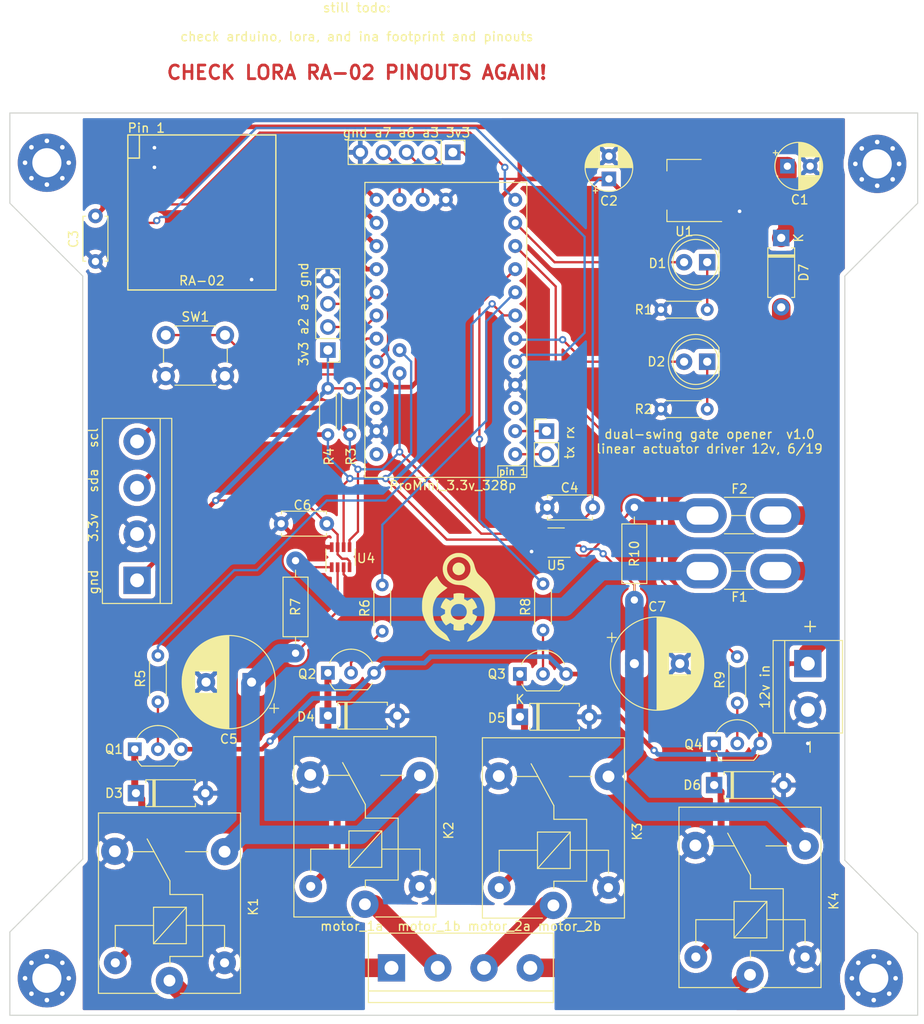
<source format=kicad_pcb>
(kicad_pcb (version 20171130) (host pcbnew 5.1.2-f72e74a~84~ubuntu18.04.1)
  (layers (0 F.Cu signal) (31 B.Cu signal) (34 B.Paste user) (35 F.Paste user) (36 B.SilkS user) (37 F.SilkS user) (38 B.Mask user) (39 F.Mask user) (44 Edge.Cuts user))
  (net 0 "")
  (net 1 +12V)
  (net 2 GND)
  (net 3 +3V3)
  (net 4 "Net-(C5-Pad1)")
  (net 5 "Net-(C7-Pad1)")
  (net 6 "Net-(D1-Pad1)")
  (net 7 /led1)
  (net 8 /led2)
  (net 9 "Net-(D2-Pad1)")
  (net 10 "Net-(D3-Pad1)")
  (net 11 "Net-(D4-Pad1)")
  (net 12 "Net-(D5-Pad1)")
  (net 13 "Net-(D6-Pad1)")
  (net 14 "Net-(F1-Pad2)")
  (net 15 "Net-(F2-Pad2)")
  (net 16 "Net-(J1-Pad1)")
  (net 17 "Net-(J1-Pad2)")
  (net 18 /scl)
  (net 19 /sda)
  (net 20 /motor1b)
  (net 21 /motor2a)
  (net 22 /motor1a)
  (net 23 /motor2b)
  (net 24 /relay1)
  (net 25 /relay2)
  (net 26 /relay3)
  (net 27 /relay4)
  (net 28 /sw1)
  (net 29 /lora_cs)
  (net 30 /mosi)
  (net 31 /miso)
  (net 32 /sck)
  (net 33 "Net-(U3-Pad11)")
  (net 34 "Net-(U3-Pad10)")
  (net 35 "Net-(U3-Pad8)")
  (net 36 "Net-(U3-Pad7)")
  (net 37 "Net-(U3-Pad6)")
  (net 38 /irq)
  (net 39 /lora_rst)
  (net 40 "Net-(U2-Padrst)")
  (net 41 "Net-(U2-Padraw)")
  (net 42 /a0)
  (net 43 /a1)
  (net 44 /a6)
  (net 45 /a7)
  (net 46 "Net-(Q1-Pad2)")
  (net 47 "Net-(Q2-Pad2)")
  (net 48 "Net-(Q3-Pad2)")
  (net 49 "Net-(Q4-Pad2)")
  (net 50 /a3)
  (net 51 "Net-(C1-Pad1)")
  (module MainWorking:LOGO_MWM (layer F.Cu) (at 112.776 90.678)
    (fp_text reference G*** hide)
    (fp_text value LOGO_MWM hide)
  )
  (module MainWorking:ArduinoProMini_a (layer F.Cu) (at 111.379 79.375 180)
    (fp_text reference ProMini_3.3v_328p (at -0.762 1.016 180) (layer F.SilkS))
    (fp_text value ArduinoProMini_a)
    (fp_text user "pin 1" (at -7.366 2.54 180) (layer F.SilkS) (effects (font (size 0.762 0.762))))
    (pad tx thru_hole circle (at -7.62 4.445 180) (size 1.524 1.524) (drill 0.762) (layers *.Cu *.Mask) (net 17 "Net-(J1-Pad2)"))
    (pad rx thru_hole circle (at -7.62 6.985 180) (size 1.524 1.524) (drill 0.762) (layers *.Cu *.Mask) (net 16 "Net-(J1-Pad1)"))
    (pad rst thru_hole circle (at -7.62 9.525 180) (size 1.524 1.524) (drill 0.762) (layers *.Cu *.Mask) (net 40 "Net-(U2-Padrst)"))
    (pad raw thru_hole circle (at 7.62 4.445 180) (size 1.524 1.524) (drill 0.762) (layers *.Cu *.Mask) (net 41 "Net-(U2-Padraw)"))
    (pad gnd thru_hole circle (at -7.62 12.065 180) (size 1.524 1.524) (drill 0.762) (layers *.Cu *.Mask) (net 2 GND))
    (pad 2 thru_hole circle (at -7.62 14.605 180) (size 1.524 1.524) (drill 0.762) (layers *.Cu *.Mask) (net 38 /irq))
    (pad 3 thru_hole circle (at -7.62 17.145 180) (size 1.524 1.524) (drill 0.762) (layers *.Cu *.Mask) (net 8 /led2))
    (pad 4 thru_hole circle (at -7.62 19.685 180) (size 1.524 1.524) (drill 0.762) (layers *.Cu *.Mask) (net 24 /relay1))
    (pad gnd thru_hole circle (at 7.62 6.985 180) (size 1.524 1.524) (drill 0.762) (layers *.Cu *.Mask) (net 2 GND))
    (pad rst thru_hole circle (at 7.62 9.525 180) (size 1.524 1.524) (drill 0.762) (layers *.Cu *.Mask) (net 40 "Net-(U2-Padrst)"))
    (pad vcc thru_hole circle (at 7.62 12.065 180) (size 1.524 1.524) (drill 0.762) (layers *.Cu *.Mask) (net 3 +3V3))
    (pad A3 thru_hole circle (at 7.62 14.605 180) (size 1.524 1.524) (drill 0.762) (layers *.Cu *.Mask) (net 50 /a3))
    (pad A2 thru_hole circle (at 7.62 17.145 180) (size 1.524 1.524) (drill 0.762) (layers *.Cu *.Mask) (net 28 /sw1))
    (pad A1 thru_hole circle (at 7.62 19.685 180) (size 1.524 1.524) (drill 0.762) (layers *.Cu *.Mask) (net 43 /a1))
    (pad 5 thru_hole circle (at -7.62 22.225 180) (size 1.524 1.524) (drill 0.762) (layers *.Cu *.Mask) (net 25 /relay2))
    (pad 6 thru_hole circle (at -7.62 24.765 180) (size 1.524 1.524) (drill 0.762) (layers *.Cu *.Mask) (net 26 /relay3))
    (pad 7 thru_hole circle (at -7.62 27.305 180) (size 1.524 1.524) (drill 0.762) (layers *.Cu *.Mask) (net 27 /relay4))
    (pad A0 thru_hole circle (at 7.62 22.225 180) (size 1.524 1.524) (drill 0.762) (layers *.Cu *.Mask) (net 42 /a0))
    (pad 13 thru_hole circle (at 7.62 24.765 180) (size 1.524 1.524) (drill 0.762) (layers *.Cu *.Mask) (net 32 /sck))
    (pad 12 thru_hole circle (at 7.62 27.305 180) (size 1.524 1.524) (drill 0.762) (layers *.Cu *.Mask) (net 31 /miso))
    (pad a7 thru_hole circle (at 5.08 32.385 180) (size 1.524 1.524) (drill 0.762) (layers *.Cu *.Mask) (net 45 /a7))
    (pad a6 thru_hole circle (at 2.54 32.385 180) (size 1.524 1.524) (drill 0.762) (layers *.Cu *.Mask) (net 44 /a6))
    (pad gnd thru_hole circle (at 0 32.385 180) (size 1.524 1.524) (drill 0.762) (layers *.Cu *.Mask) (net 2 GND))
    (pad a5 thru_hole circle (at 5.08 13.335 180) (size 1.524 1.524) (drill 0.762) (layers *.Cu *.Mask) (net 18 /scl))
    (pad a4 thru_hole circle (at 5.08 15.875 180) (size 1.524 1.524) (drill 0.762) (layers *.Cu *.Mask) (net 19 /sda))
    (pad 8 thru_hole circle (at -7.62 29.845 180) (size 1.524 1.524) (drill 0.762) (layers *.Cu *.Mask) (net 7 /led1))
    (pad 9 thru_hole circle (at -7.62 32.385 180) (size 1.524 1.524) (drill 0.762) (layers *.Cu *.Mask) (net 39 /lora_rst))
    (pad 10 thru_hole circle (at 7.62 32.385 180) (size 1.524 1.524) (drill 0.762) (layers *.Cu *.Mask) (net 29 /lora_cs))
    (pad 11 thru_hole circle (at 7.62 29.845 180) (size 1.524 1.524) (drill 0.762) (layers *.Cu *.Mask) (net 30 /mosi))
  )
  (module LED_THT:LED_D5.0mm (layer F.Cu) (at 140.081 53.848 180)
    (fp_text reference D1 (at 5.461 -0.127) (layer F.SilkS))
    (fp_text value LED)
    (pad 1 thru_hole rect (at 0 0 180) (size 1.8 1.8) (drill 0.9) (layers *.Cu *.Mask) (net 6 "Net-(D1-Pad1)"))
    (pad 2 thru_hole circle (at 2.54 0 180) (size 1.8 1.8) (drill 0.9) (layers *.Cu *.Mask) (net 7 /led1))
  )
  (module LED_THT:LED_D5.0mm (layer F.Cu) (at 140.081 64.77 180)
    (fp_text reference D2 (at 5.588 0) (layer F.SilkS))
    (fp_text value LED)
    (pad 2 thru_hole circle (at 2.54 0 180) (size 1.8 1.8) (drill 0.9) (layers *.Cu *.Mask) (net 8 /led2))
    (pad 1 thru_hole rect (at 0 0 180) (size 1.8 1.8) (drill 0.9) (layers *.Cu *.Mask) (net 9 "Net-(D2-Pad1)"))
  )
  (module Fuse:Fuse_Blade_Mini_directSolder (layer F.Cu) (at 147.573 87.757 180)
    (fp_text reference F1 (at 3.95 -2.85) (layer F.SilkS))
    (fp_text value Fuse)
    (pad 1 thru_hole oval (at 0 0 180) (size 5.5 3.8) (drill oval 3.5 2) (layers *.Cu *.Mask) (net 1 +12V))
    (pad 2 thru_hole oval (at 8 0 180) (size 5.3 3.8) (drill oval 3.5 2) (layers *.Cu *.Mask) (net 14 "Net-(F1-Pad2)"))
  )
  (module Fuse:Fuse_Blade_Mini_directSolder (layer F.Cu) (at 147.573 81.661 180)
    (fp_text reference F2 (at 3.95 2.921) (layer F.SilkS))
    (fp_text value Fuse)
    (pad 2 thru_hole oval (at 8 0 180) (size 5.3 3.8) (drill oval 3.5 2) (layers *.Cu *.Mask) (net 15 "Net-(F2-Pad2)"))
    (pad 1 thru_hole oval (at 0 0 180) (size 5.5 3.8) (drill oval 3.5 2) (layers *.Cu *.Mask) (net 1 +12V))
  )
  (module Connector_PinHeader_2.54mm:PinHeader_1x02_P2.54mm_Vertical (layer F.Cu) (at 122.428 72.39)
    (fp_text reference "tx rx" (at 2.54 1.27 90) (layer F.SilkS))
    (fp_text value serial_header)
    (pad 1 thru_hole rect (at 0 0) (size 1.7 1.7) (drill 1) (layers *.Cu *.Mask) (net 16 "Net-(J1-Pad1)"))
    (pad 2 thru_hole oval (at 0 2.54) (size 1.7 1.7) (drill 1) (layers *.Cu *.Mask) (net 17 "Net-(J1-Pad2)"))
  )
  (module TerminalBlock:TerminalBlock_bornier-4_P5.08mm (layer F.Cu) (at 77.47 88.773 90)
    (fp_text reference "gnd    3.3v   sda   scl" (at 7.6 -4.8 90) (layer F.SilkS))
    (fp_text value Conn_01x04)
    (pad 4 thru_hole circle (at 15.24 0 90) (size 3 3) (drill 1.52) (layers *.Cu *.Mask) (net 18 /scl))
    (pad 1 thru_hole rect (at 0 0 90) (size 3 3) (drill 1.52) (layers *.Cu *.Mask) (net 3 +3V3))
    (pad 3 thru_hole circle (at 10.16 0 90) (size 3 3) (drill 1.52) (layers *.Cu *.Mask) (net 19 /sda))
    (pad 2 thru_hole circle (at 5.08 0 90) (size 3 3) (drill 1.52) (layers *.Cu *.Mask) (net 2 GND))
  )
  (module TerminalBlock:TerminalBlock_bornier-2_P5.08mm (layer F.Cu) (at 151.13 97.917 270)
    (fp_text reference J3 hide)
    (fp_text value power)
    (pad 1 thru_hole rect (at 0 0 270) (size 3 3) (drill 1.52) (layers *.Cu *.Mask) (net 1 +12V))
    (pad 2 thru_hole circle (at 5.08 0 270) (size 3 3) (drill 1.52) (layers *.Cu *.Mask) (net 2 GND))
  )
  (module TerminalBlock:TerminalBlock_bornier-4_P5.08mm (layer F.Cu) (at 105.41 131.318)
    (fp_text reference "motor_1a  motor_1b motor_2a motor_2b" (at 7.6 -4.572) (layer F.SilkS))
    (fp_text value Motor_Connects)
    (pad 2 thru_hole circle (at 5.08 0) (size 3 3) (drill 1.52) (layers *.Cu *.Mask) (net 20 /motor1b))
    (pad 3 thru_hole circle (at 10.16 0) (size 3 3) (drill 1.52) (layers *.Cu *.Mask) (net 21 /motor2a))
    (pad 1 thru_hole rect (at 0 0) (size 3 3) (drill 1.52) (layers *.Cu *.Mask) (net 22 /motor1a))
    (pad 4 thru_hole circle (at 15.24 0) (size 3 3) (drill 1.52) (layers *.Cu *.Mask) (net 23 /motor2b))
  )
  (module Button_Switch_THT:SW_PUSH_6mm_H8.5mm (layer F.Cu) (at 80.622 61.849)
    (fp_text reference SW1 (at 3.25 -2) (layer F.SilkS))
    (fp_text value SW_Push)
    (pad 2 thru_hole circle (at 0 4.5 90) (size 2 2) (drill 1.1) (layers *.Cu *.Mask) (net 2 GND))
    (pad 1 thru_hole circle (at 0 0 90) (size 2 2) (drill 1.1) (layers *.Cu *.Mask) (net 28 /sw1))
    (pad 2 thru_hole circle (at 6.5 4.5 90) (size 2 2) (drill 1.1) (layers *.Cu *.Mask) (net 2 GND))
    (pad 1 thru_hole circle (at 6.5 0 90) (size 2 2) (drill 1.1) (layers *.Cu *.Mask) (net 28 /sw1))
  )
  (module Package_TO_SOT_SMD:SOT-223-3_TabPin2 (layer F.Cu) (at 137.566 45.974 180)
    (fp_text reference U1 (at 0 -4.5) (layer F.SilkS))
    (fp_text value AMS1117-3.3)
    (pad 2 smd rect (at 3.15 0 180) (size 2 3.8) (layers F.Cu F.Paste F.Mask) (net 3 +3V3))
    (pad 2 smd rect (at -3.15 0 180) (size 2 1.5) (layers F.Cu F.Paste F.Mask) (net 3 +3V3))
    (pad 3 smd rect (at -3.15 2.3 180) (size 2 1.5) (layers F.Cu F.Paste F.Mask) (net 51 "Net-(C1-Pad1)"))
    (pad 1 smd rect (at -3.15 -2.3 180) (size 2 1.5) (layers F.Cu F.Paste F.Mask) (net 2 GND))
  )
  (module MainWorking:LORA_SX1278_Module (layer F.Cu) (at 84.582 29.718)
    (fp_text reference RA-02 (at 0 26.162) (layer F.SilkS))
    (fp_text value LoRa_Ra-02)
    (fp_text user "Pin 1" (at -6.096 9.398) (layer F.SilkS))
    (pad 16 smd rect (at 8.128 11.684) (size 2.286 1.524) (layers F.Cu F.Paste F.Mask) (net 2 GND))
    (pad 15 smd rect (at 8.128 13.716) (size 2.286 1.524) (layers F.Cu F.Paste F.Mask) (net 29 /lora_cs))
    (pad 14 smd rect (at 8.128 15.748) (size 2.286 1.524) (layers F.Cu F.Paste F.Mask) (net 30 /mosi))
    (pad 13 smd rect (at 8.128 17.78) (size 2.286 1.524) (layers F.Cu F.Paste F.Mask) (net 31 /miso))
    (pad 12 smd rect (at 8.128 19.812) (size 2.286 1.524) (layers F.Cu F.Paste F.Mask) (net 32 /sck))
    (pad 11 smd rect (at 8.128 21.844) (size 2.286 1.524) (layers F.Cu F.Paste F.Mask) (net 33 "Net-(U3-Pad11)"))
    (pad 10 smd rect (at 8.128 23.876) (size 2.286 1.524) (layers F.Cu F.Paste F.Mask) (net 34 "Net-(U3-Pad10)"))
    (pad 9 smd rect (at 8.128 25.908) (size 2.286 1.524) (layers F.Cu F.Paste F.Mask) (net 2 GND))
    (pad 8 smd rect (at -8.128 25.908) (size 2.286 1.524) (layers F.Cu F.Paste F.Mask) (net 35 "Net-(U3-Pad8)"))
    (pad 7 smd rect (at -8.128 23.876) (size 2.286 1.524) (layers F.Cu F.Paste F.Mask) (net 36 "Net-(U3-Pad7)"))
    (pad 6 smd rect (at -8.128 21.844) (size 2.286 1.524) (layers F.Cu F.Paste F.Mask) (net 37 "Net-(U3-Pad6)"))
    (pad 5 smd rect (at -8.128 19.812) (size 2.286 1.524) (layers F.Cu F.Paste F.Mask) (net 38 /irq))
    (pad 4 smd rect (at -8.128 17.78) (size 2.286 1.524) (layers F.Cu F.Paste F.Mask) (net 39 /lora_rst))
    (pad 3 smd rect (at -8.128 15.748) (size 2.286 1.524) (layers F.Cu F.Paste F.Mask) (net 3 +3V3))
    (pad 2 smd rect (at -8.128 13.716) (size 2.286 1.524) (layers F.Cu F.Paste F.Mask) (net 2 GND))
    (pad 1 smd rect (at -8.128 11.684) (size 2.286 1.524) (layers F.Cu F.Paste F.Mask) (net 2 GND))
  )
  (module Package_TO_SOT_SMD:SOT-23-8 (layer F.Cu) (at 99.822 86.233 90)
    (fp_text reference U4 (at -0.127 2.794 180) (layer F.SilkS))
    (fp_text value INA219BIDCNR)
    (pad 1 smd rect (at -1.1 -0.98 90) (size 1.06 0.4) (layers F.Cu F.Paste F.Mask) (net 14 "Net-(F1-Pad2)"))
    (pad 2 smd rect (at -1.1 -0.33 90) (size 1.06 0.4) (layers F.Cu F.Paste F.Mask) (net 4 "Net-(C5-Pad1)"))
    (pad 3 smd rect (at -1.1 0.33 90) (size 1.06 0.4) (layers F.Cu F.Paste F.Mask) (net 2 GND))
    (pad 4 smd rect (at -1.1 0.98 90) (size 1.06 0.4) (layers F.Cu F.Paste F.Mask) (net 3 +3V3))
    (pad 5 smd rect (at 1.1 0.98 90) (size 1.06 0.4) (layers F.Cu F.Paste F.Mask) (net 18 /scl))
    (pad 6 smd rect (at 1.1 0.33 90) (size 1.06 0.4) (layers F.Cu F.Paste F.Mask) (net 19 /sda))
    (pad 7 smd rect (at 1.1 -0.33 90) (size 1.06 0.4) (layers F.Cu F.Paste F.Mask) (net 3 +3V3))
    (pad 8 smd rect (at 1.1 -0.98 90) (size 1.06 0.4) (layers F.Cu F.Paste F.Mask) (net 2 GND))
  )
  (module Package_TO_SOT_SMD:SOT-23-8 (layer F.Cu) (at 123.487 84.633 180)
    (fp_text reference U5 (at 0 -2.5) (layer F.SilkS))
    (fp_text value INA219BIDCNR)
    (pad 8 smd rect (at 1.1 -0.98 180) (size 1.06 0.4) (layers F.Cu F.Paste F.Mask) (net 2 GND))
    (pad 7 smd rect (at 1.1 -0.33 180) (size 1.06 0.4) (layers F.Cu F.Paste F.Mask) (net 2 GND))
    (pad 6 smd rect (at 1.1 0.33 180) (size 1.06 0.4) (layers F.Cu F.Paste F.Mask) (net 19 /sda))
    (pad 5 smd rect (at 1.1 0.98 180) (size 1.06 0.4) (layers F.Cu F.Paste F.Mask) (net 18 /scl))
    (pad 4 smd rect (at -1.1 0.98 180) (size 1.06 0.4) (layers F.Cu F.Paste F.Mask) (net 3 +3V3))
    (pad 3 smd rect (at -1.1 0.33 180) (size 1.06 0.4) (layers F.Cu F.Paste F.Mask) (net 2 GND))
    (pad 2 smd rect (at -1.1 -0.33 180) (size 1.06 0.4) (layers F.Cu F.Paste F.Mask) (net 5 "Net-(C7-Pad1)"))
    (pad 1 smd rect (at -1.1 -0.98 180) (size 1.06 0.4) (layers F.Cu F.Paste F.Mask) (net 15 "Net-(F2-Pad2)"))
  )
  (module Relay_THT:Relay_SPDT_SANYOU_SRD_Series_Form_C (layer F.Cu) (at 81.026 132.715 90)
    (fp_text reference K1 (at 8.1 9.2 90) (layer F.SilkS))
    (fp_text value relay1)
    (pad 1 thru_hole circle (at 0 0 180) (size 3 3) (drill 1.3) (layers *.Cu *.Mask) (net 22 /motor1a))
    (pad 5 thru_hole circle (at 1.95 -5.95 180) (size 2.5 2.5) (drill 1) (layers *.Cu *.Mask) (net 10 "Net-(D3-Pad1)"))
    (pad 4 thru_hole circle (at 14.2 -6 180) (size 3 3) (drill 1.3) (layers *.Cu *.Mask) (net 2 GND))
    (pad 3 thru_hole circle (at 14.15 6.05 180) (size 3 3) (drill 1.3) (layers *.Cu *.Mask) (net 4 "Net-(C5-Pad1)"))
    (pad 2 thru_hole circle (at 1.95 6.05 180) (size 2.5 2.5) (drill 1) (layers *.Cu *.Mask) (net 2 GND))
  )
  (module Relay_THT:Relay_SPDT_SANYOU_SRD_Series_Form_C (layer F.Cu) (at 102.489 124.333 90)
    (fp_text reference K2 (at 8.1 9.2 90) (layer F.SilkS))
    (fp_text value relay2)
    (pad 2 thru_hole circle (at 1.95 6.05 180) (size 2.5 2.5) (drill 1) (layers *.Cu *.Mask) (net 2 GND))
    (pad 3 thru_hole circle (at 14.15 6.05 180) (size 3 3) (drill 1.3) (layers *.Cu *.Mask) (net 4 "Net-(C5-Pad1)"))
    (pad 4 thru_hole circle (at 14.2 -6 180) (size 3 3) (drill 1.3) (layers *.Cu *.Mask) (net 2 GND))
    (pad 5 thru_hole circle (at 1.95 -5.95 180) (size 2.5 2.5) (drill 1) (layers *.Cu *.Mask) (net 11 "Net-(D4-Pad1)"))
    (pad 1 thru_hole circle (at 0 0 180) (size 3 3) (drill 1.3) (layers *.Cu *.Mask) (net 20 /motor1b))
  )
  (module Relay_THT:Relay_SPDT_SANYOU_SRD_Series_Form_C (layer F.Cu) (at 123.19 124.46 90)
    (fp_text reference K3 (at 8.1 9.2 90) (layer F.SilkS))
    (fp_text value relay3)
    (pad 2 thru_hole circle (at 1.95 6.05 180) (size 2.5 2.5) (drill 1) (layers *.Cu *.Mask) (net 2 GND))
    (pad 3 thru_hole circle (at 14.15 6.05 180) (size 3 3) (drill 1.3) (layers *.Cu *.Mask) (net 5 "Net-(C7-Pad1)"))
    (pad 4 thru_hole circle (at 14.2 -6 180) (size 3 3) (drill 1.3) (layers *.Cu *.Mask) (net 2 GND))
    (pad 5 thru_hole circle (at 1.95 -5.95 180) (size 2.5 2.5) (drill 1) (layers *.Cu *.Mask) (net 12 "Net-(D5-Pad1)"))
    (pad 1 thru_hole circle (at 0 0 180) (size 3 3) (drill 1.3) (layers *.Cu *.Mask) (net 21 /motor2a))
  )
  (module Relay_THT:Relay_SPDT_SANYOU_SRD_Series_Form_C (layer F.Cu) (at 144.78 132.08 90)
    (fp_text reference K4 (at 8.1 9.2 90) (layer F.SilkS))
    (fp_text value relay4)
    (pad 1 thru_hole circle (at 0 0 180) (size 3 3) (drill 1.3) (layers *.Cu *.Mask) (net 23 /motor2b))
    (pad 5 thru_hole circle (at 1.95 -5.95 180) (size 2.5 2.5) (drill 1) (layers *.Cu *.Mask) (net 13 "Net-(D6-Pad1)"))
    (pad 4 thru_hole circle (at 14.2 -6 180) (size 3 3) (drill 1.3) (layers *.Cu *.Mask) (net 2 GND))
    (pad 3 thru_hole circle (at 14.15 6.05 180) (size 3 3) (drill 1.3) (layers *.Cu *.Mask) (net 5 "Net-(C7-Pad1)"))
    (pad 2 thru_hole circle (at 1.95 6.05 180) (size 2.5 2.5) (drill 1) (layers *.Cu *.Mask) (net 2 GND))
  )
  (module MountingHole:MountingHole_3.2mm_M3_Pad_Via (layer F.Cu) (at 67.564 42.926)
    (fp_text reference H1 hide)
    (fp_text value MountingHole)
    (pad 1 thru_hole circle (at 1.697056 -1.697056) (size 0.8 0.8) (drill 0.5) (layers *.Cu *.Mask))
    (pad 1 thru_hole circle (at 0 -2.4) (size 0.8 0.8) (drill 0.5) (layers *.Cu *.Mask))
    (pad 1 thru_hole circle (at -1.697056 -1.697056) (size 0.8 0.8) (drill 0.5) (layers *.Cu *.Mask))
    (pad 1 thru_hole circle (at -2.4 0) (size 0.8 0.8) (drill 0.5) (layers *.Cu *.Mask))
    (pad 1 thru_hole circle (at -1.697056 1.697056) (size 0.8 0.8) (drill 0.5) (layers *.Cu *.Mask))
    (pad 1 thru_hole circle (at 0 2.4) (size 0.8 0.8) (drill 0.5) (layers *.Cu *.Mask))
    (pad 1 thru_hole circle (at 1.697056 1.697056) (size 0.8 0.8) (drill 0.5) (layers *.Cu *.Mask))
    (pad 1 thru_hole circle (at 2.4 0) (size 0.8 0.8) (drill 0.5) (layers *.Cu *.Mask))
    (pad 1 thru_hole circle (at 0 0) (size 6.4 6.4) (drill 3.2) (layers *.Cu *.Mask))
  )
  (module MountingHole:MountingHole_3.2mm_M3_Pad_Via (layer F.Cu) (at 158.369 132.461)
    (fp_text reference H2 hide)
    (fp_text value MountingHole)
    (pad 1 thru_hole circle (at 0 0) (size 6.4 6.4) (drill 3.2) (layers *.Cu *.Mask))
    (pad 1 thru_hole circle (at 2.4 0) (size 0.8 0.8) (drill 0.5) (layers *.Cu *.Mask))
    (pad 1 thru_hole circle (at 1.697056 1.697056) (size 0.8 0.8) (drill 0.5) (layers *.Cu *.Mask))
    (pad 1 thru_hole circle (at 0 2.4) (size 0.8 0.8) (drill 0.5) (layers *.Cu *.Mask))
    (pad 1 thru_hole circle (at -1.697056 1.697056) (size 0.8 0.8) (drill 0.5) (layers *.Cu *.Mask))
    (pad 1 thru_hole circle (at -2.4 0) (size 0.8 0.8) (drill 0.5) (layers *.Cu *.Mask))
    (pad 1 thru_hole circle (at -1.697056 -1.697056) (size 0.8 0.8) (drill 0.5) (layers *.Cu *.Mask))
    (pad 1 thru_hole circle (at 0 -2.4) (size 0.8 0.8) (drill 0.5) (layers *.Cu *.Mask))
    (pad 1 thru_hole circle (at 1.697056 -1.697056) (size 0.8 0.8) (drill 0.5) (layers *.Cu *.Mask))
  )
  (module MountingHole:MountingHole_3.2mm_M3_Pad_Via (layer F.Cu) (at 67.564 132.461)
    (fp_text reference H3 hide)
    (fp_text value MountingHole)
    (pad 1 thru_hole circle (at 1.697056 -1.697056) (size 0.8 0.8) (drill 0.5) (layers *.Cu *.Mask))
    (pad 1 thru_hole circle (at 0 -2.4) (size 0.8 0.8) (drill 0.5) (layers *.Cu *.Mask))
    (pad 1 thru_hole circle (at -1.697056 -1.697056) (size 0.8 0.8) (drill 0.5) (layers *.Cu *.Mask))
    (pad 1 thru_hole circle (at -2.4 0) (size 0.8 0.8) (drill 0.5) (layers *.Cu *.Mask))
    (pad 1 thru_hole circle (at -1.697056 1.697056) (size 0.8 0.8) (drill 0.5) (layers *.Cu *.Mask))
    (pad 1 thru_hole circle (at 0 2.4) (size 0.8 0.8) (drill 0.5) (layers *.Cu *.Mask))
    (pad 1 thru_hole circle (at 1.697056 1.697056) (size 0.8 0.8) (drill 0.5) (layers *.Cu *.Mask))
    (pad 1 thru_hole circle (at 2.4 0) (size 0.8 0.8) (drill 0.5) (layers *.Cu *.Mask))
    (pad 1 thru_hole circle (at 0 0) (size 6.4 6.4) (drill 3.2) (layers *.Cu *.Mask))
  )
  (module MountingHole:MountingHole_3.2mm_M3_Pad_Via (layer F.Cu) (at 158.75 43.053)
    (fp_text reference H4 hide)
    (fp_text value MountingHole)
    (pad 1 thru_hole circle (at 0 0) (size 6.4 6.4) (drill 3.2) (layers *.Cu *.Mask))
    (pad 1 thru_hole circle (at 2.4 0) (size 0.8 0.8) (drill 0.5) (layers *.Cu *.Mask))
    (pad 1 thru_hole circle (at 1.697056 1.697056) (size 0.8 0.8) (drill 0.5) (layers *.Cu *.Mask))
    (pad 1 thru_hole circle (at 0 2.4) (size 0.8 0.8) (drill 0.5) (layers *.Cu *.Mask))
    (pad 1 thru_hole circle (at -1.697056 1.697056) (size 0.8 0.8) (drill 0.5) (layers *.Cu *.Mask))
    (pad 1 thru_hole circle (at -2.4 0) (size 0.8 0.8) (drill 0.5) (layers *.Cu *.Mask))
    (pad 1 thru_hole circle (at -1.697056 -1.697056) (size 0.8 0.8) (drill 0.5) (layers *.Cu *.Mask))
    (pad 1 thru_hole circle (at 0 -2.4) (size 0.8 0.8) (drill 0.5) (layers *.Cu *.Mask))
    (pad 1 thru_hole circle (at 1.697056 -1.697056) (size 0.8 0.8) (drill 0.5) (layers *.Cu *.Mask))
  )
  (module Capacitor_THT:CP_Radial_D5.0mm_P2.50mm (layer F.Cu) (at 148.884 43.307)
    (fp_text reference C1 (at 1.357 3.683) (layer F.SilkS))
    (fp_text value 10uf)
    (pad 1 thru_hole rect (at 0 0) (size 1.6 1.6) (drill 0.8) (layers *.Cu *.Mask) (net 51 "Net-(C1-Pad1)"))
    (pad 2 thru_hole circle (at 2.5 0) (size 1.6 1.6) (drill 0.8) (layers *.Cu *.Mask) (net 2 GND))
  )
  (module Capacitor_THT:CP_Radial_D5.0mm_P2.50mm (layer F.Cu) (at 129.286 44.704 90)
    (fp_text reference C2 (at -2.413 0 180) (layer F.SilkS))
    (fp_text value 22uf)
    (pad 2 thru_hole circle (at 2.5 0 90) (size 1.6 1.6) (drill 0.8) (layers *.Cu *.Mask) (net 2 GND))
    (pad 1 thru_hole rect (at 0 0 90) (size 1.6 1.6) (drill 0.8) (layers *.Cu *.Mask) (net 3 +3V3))
  )
  (module Capacitor_THT:C_Disc_D4.7mm_W2.5mm_P5.00mm (layer F.Cu) (at 72.898 48.768 270)
    (fp_text reference C3 (at 2.54 2.413 90) (layer F.SilkS))
    (fp_text value C)
    (pad 1 thru_hole circle (at 0 0 270) (size 1.6 1.6) (drill 0.8) (layers *.Cu *.Mask) (net 3 +3V3))
    (pad 2 thru_hole circle (at 5 0 270) (size 1.6 1.6) (drill 0.8) (layers *.Cu *.Mask) (net 2 GND))
  )
  (module Capacitor_THT:C_Disc_D4.7mm_W2.5mm_P5.00mm (layer F.Cu) (at 127.508 80.772 180)
    (fp_text reference C4 (at 2.54 2.159) (layer F.SilkS))
    (fp_text value C)
    (pad 1 thru_hole circle (at 0 0 180) (size 1.6 1.6) (drill 0.8) (layers *.Cu *.Mask) (net 3 +3V3))
    (pad 2 thru_hole circle (at 5 0 180) (size 1.6 1.6) (drill 0.8) (layers *.Cu *.Mask) (net 2 GND))
  )
  (module Capacitor_THT:CP_Radial_D10.0mm_P5.00mm (layer F.Cu) (at 90.043 99.949 180)
    (fp_text reference C5 (at 2.5 -6.25) (layer F.SilkS))
    (fp_text value CP)
    (pad 2 thru_hole circle (at 5 0 180) (size 2 2) (drill 1) (layers *.Cu *.Mask) (net 2 GND))
    (pad 1 thru_hole rect (at 0 0 180) (size 2 2) (drill 1) (layers *.Cu *.Mask) (net 4 "Net-(C5-Pad1)"))
  )
  (module Capacitor_THT:C_Disc_D4.7mm_W2.5mm_P5.00mm (layer F.Cu) (at 98.298 82.55 180)
    (fp_text reference C6 (at 2.667 2.032) (layer F.SilkS))
    (fp_text value C)
    (pad 2 thru_hole circle (at 5 0 180) (size 1.6 1.6) (drill 0.8) (layers *.Cu *.Mask) (net 2 GND))
    (pad 1 thru_hole circle (at 0 0 180) (size 1.6 1.6) (drill 0.8) (layers *.Cu *.Mask) (net 3 +3V3))
  )
  (module Capacitor_THT:CP_Radial_D10.0mm_P5.00mm (layer F.Cu) (at 132.08 97.917)
    (fp_text reference C7 (at 2.5 -6.25) (layer F.SilkS))
    (fp_text value CP)
    (pad 1 thru_hole rect (at 0 0) (size 2 2) (drill 1) (layers *.Cu *.Mask) (net 5 "Net-(C7-Pad1)"))
    (pad 2 thru_hole circle (at 5 0) (size 2 2) (drill 1) (layers *.Cu *.Mask) (net 2 GND))
  )
  (module Diode_THT:D_A-405_P7.62mm_Horizontal (layer F.Cu) (at 77.343 112.141)
    (fp_text reference D3 (at -2.413 0 180) (layer F.SilkS))
    (fp_text value D)
    (pad 1 thru_hole rect (at 0 0) (size 1.8 1.8) (drill 0.9) (layers *.Cu *.Mask) (net 10 "Net-(D3-Pad1)"))
    (pad 2 thru_hole oval (at 7.62 0) (size 1.8 1.8) (drill 0.9) (layers *.Cu *.Mask) (net 2 GND))
  )
  (module Diode_THT:D_A-405_P7.62mm_Horizontal (layer F.Cu) (at 98.425 103.632)
    (fp_text reference D4 (at -2.413 0.127) (layer F.SilkS))
    (fp_text value D)
    (pad 2 thru_hole oval (at 7.62 0) (size 1.8 1.8) (drill 0.9) (layers *.Cu *.Mask) (net 2 GND))
    (pad 1 thru_hole rect (at 0 0) (size 1.8 1.8) (drill 0.9) (layers *.Cu *.Mask) (net 11 "Net-(D4-Pad1)"))
  )
  (module Diode_THT:D_A-405_P7.62mm_Horizontal (layer F.Cu) (at 119.507 103.759)
    (fp_text reference D5 (at -2.54 0.127) (layer F.SilkS))
    (fp_text value D)
    (fp_text user K (at 0 -1.9) (layer F.SilkS))
    (pad 2 thru_hole oval (at 7.62 0) (size 1.8 1.8) (drill 0.9) (layers *.Cu *.Mask) (net 2 GND))
    (pad 1 thru_hole rect (at 0 0) (size 1.8 1.8) (drill 0.9) (layers *.Cu *.Mask) (net 12 "Net-(D5-Pad1)"))
  )
  (module Diode_THT:D_A-405_P7.62mm_Horizontal (layer F.Cu) (at 140.843 111.252)
    (fp_text reference D6 (at -2.413 0) (layer F.SilkS))
    (fp_text value D)
    (pad 1 thru_hole rect (at 0 0) (size 1.8 1.8) (drill 0.9) (layers *.Cu *.Mask) (net 13 "Net-(D6-Pad1)"))
    (pad 2 thru_hole oval (at 7.62 0) (size 1.8 1.8) (drill 0.9) (layers *.Cu *.Mask) (net 2 GND))
  )
  (module Package_TO_SOT_THT:TO-92_Inline_Wide (layer F.Cu) (at 77.216 107.315)
    (fp_text reference Q1 (at -2.286 0) (layer F.SilkS))
    (fp_text value 2N3906)
    (pad 2 thru_hole circle (at 2.54 0 90) (size 1.5 1.5) (drill 0.8) (layers *.Cu *.Mask) (net 46 "Net-(Q1-Pad2)"))
    (pad 3 thru_hole circle (at 5.08 0 90) (size 1.5 1.5) (drill 0.8) (layers *.Cu *.Mask) (net 1 +12V))
    (pad 1 thru_hole rect (at 0 0 90) (size 1.5 1.5) (drill 0.8) (layers *.Cu *.Mask) (net 10 "Net-(D3-Pad1)"))
  )
  (module Package_TO_SOT_THT:TO-92_Inline_Wide (layer F.Cu) (at 98.425 98.933)
    (fp_text reference Q2 (at -2.286 0.127) (layer F.SilkS))
    (fp_text value 2N3906)
    (pad 1 thru_hole rect (at 0 0 90) (size 1.5 1.5) (drill 0.8) (layers *.Cu *.Mask) (net 11 "Net-(D4-Pad1)"))
    (pad 3 thru_hole circle (at 5.08 0 90) (size 1.5 1.5) (drill 0.8) (layers *.Cu *.Mask) (net 1 +12V))
    (pad 2 thru_hole circle (at 2.54 0 90) (size 1.5 1.5) (drill 0.8) (layers *.Cu *.Mask) (net 47 "Net-(Q2-Pad2)"))
  )
  (module Package_TO_SOT_THT:TO-92_Inline_Wide (layer F.Cu) (at 119.507 99.06)
    (fp_text reference Q3 (at -2.54 0) (layer F.SilkS))
    (fp_text value 2N3906)
    (pad 1 thru_hole rect (at 0 0 90) (size 1.5 1.5) (drill 0.8) (layers *.Cu *.Mask) (net 12 "Net-(D5-Pad1)"))
    (pad 3 thru_hole circle (at 5.08 0 90) (size 1.5 1.5) (drill 0.8) (layers *.Cu *.Mask) (net 1 +12V))
    (pad 2 thru_hole circle (at 2.54 0 90) (size 1.5 1.5) (drill 0.8) (layers *.Cu *.Mask) (net 48 "Net-(Q3-Pad2)"))
  )
  (module Package_TO_SOT_THT:TO-92_Inline_Wide (layer F.Cu) (at 140.843 106.68)
    (fp_text reference Q4 (at -2.286 0.127) (layer F.SilkS))
    (fp_text value 2N3906)
    (pad 2 thru_hole circle (at 2.54 0 90) (size 1.5 1.5) (drill 0.8) (layers *.Cu *.Mask) (net 49 "Net-(Q4-Pad2)"))
    (pad 3 thru_hole circle (at 5.08 0 90) (size 1.5 1.5) (drill 0.8) (layers *.Cu *.Mask) (net 1 +12V))
    (pad 1 thru_hole rect (at 0 0 90) (size 1.5 1.5) (drill 0.8) (layers *.Cu *.Mask) (net 13 "Net-(D6-Pad1)"))
  )
  (module Resistor_THT:R_Axial_DIN0204_L3.6mm_D1.6mm_P5.08mm_Horizontal (layer F.Cu) (at 135.001 59.055)
    (fp_text reference R1 (at -1.905 0) (layer F.SilkS))
    (fp_text value R)
    (pad 1 thru_hole circle (at 0 0) (size 1.4 1.4) (drill 0.7) (layers *.Cu *.Mask) (net 2 GND))
    (pad 2 thru_hole oval (at 5.08 0) (size 1.4 1.4) (drill 0.7) (layers *.Cu *.Mask) (net 6 "Net-(D1-Pad1)"))
  )
  (module Resistor_THT:R_Axial_DIN0204_L3.6mm_D1.6mm_P5.08mm_Horizontal (layer F.Cu) (at 135.001 69.977)
    (fp_text reference R2 (at -1.905 0) (layer F.SilkS))
    (fp_text value R)
    (pad 1 thru_hole circle (at 0 0) (size 1.4 1.4) (drill 0.7) (layers *.Cu *.Mask) (net 2 GND))
    (pad 2 thru_hole oval (at 5.08 0) (size 1.4 1.4) (drill 0.7) (layers *.Cu *.Mask) (net 9 "Net-(D2-Pad1)"))
  )
  (module Resistor_THT:R_Axial_DIN0204_L3.6mm_D1.6mm_P5.08mm_Horizontal (layer F.Cu) (at 100.838 67.691 270)
    (fp_text reference R3 (at 7.493 -0.127 90) (layer F.SilkS))
    (fp_text value 3k3)
    (pad 2 thru_hole oval (at 5.08 0 270) (size 1.4 1.4) (drill 0.7) (layers *.Cu *.Mask) (net 18 /scl))
    (pad 1 thru_hole circle (at 0 0 270) (size 1.4 1.4) (drill 0.7) (layers *.Cu *.Mask) (net 3 +3V3))
  )
  (module Resistor_THT:R_Axial_DIN0204_L3.6mm_D1.6mm_P5.08mm_Horizontal (layer F.Cu) (at 98.425 67.691 270)
    (fp_text reference R4 (at 7.493 -0.127 90) (layer F.SilkS))
    (fp_text value 3k3)
    (pad 1 thru_hole circle (at 0 0 270) (size 1.4 1.4) (drill 0.7) (layers *.Cu *.Mask) (net 3 +3V3))
    (pad 2 thru_hole oval (at 5.08 0 270) (size 1.4 1.4) (drill 0.7) (layers *.Cu *.Mask) (net 19 /sda))
  )
  (module Resistor_THT:R_Axial_DIN0204_L3.6mm_D1.6mm_P5.08mm_Horizontal (layer F.Cu) (at 79.756 102.108 90)
    (fp_text reference R5 (at 2.54 -1.92 90) (layer F.SilkS))
    (fp_text value 1k)
    (pad 2 thru_hole oval (at 5.08 0 90) (size 1.4 1.4) (drill 0.7) (layers *.Cu *.Mask) (net 24 /relay1))
    (pad 1 thru_hole circle (at 0 0 90) (size 1.4 1.4) (drill 0.7) (layers *.Cu *.Mask) (net 46 "Net-(Q1-Pad2)"))
  )
  (module Resistor_THT:R_Axial_DIN0204_L3.6mm_D1.6mm_P5.08mm_Horizontal (layer F.Cu) (at 104.394 94.361 90)
    (fp_text reference R6 (at 2.54 -1.92 90) (layer F.SilkS))
    (fp_text value 1k)
    (pad 1 thru_hole circle (at 0 0 90) (size 1.4 1.4) (drill 0.7) (layers *.Cu *.Mask) (net 47 "Net-(Q2-Pad2)"))
    (pad 2 thru_hole oval (at 5.08 0 90) (size 1.4 1.4) (drill 0.7) (layers *.Cu *.Mask) (net 25 /relay2))
  )
  (module Resistor_THT:R_Axial_DIN0207_L6.3mm_D2.5mm_P10.16mm_Horizontal (layer F.Cu) (at 94.869 86.614 270)
    (fp_text reference R7 (at 5.08 0 90) (layer F.SilkS))
    (fp_text value 100)
    (pad 2 thru_hole oval (at 10.16 0 270) (size 1.6 1.6) (drill 0.8) (layers *.Cu *.Mask) (net 4 "Net-(C5-Pad1)"))
    (pad 1 thru_hole circle (at 0 0 270) (size 1.6 1.6) (drill 0.8) (layers *.Cu *.Mask) (net 14 "Net-(F1-Pad2)"))
  )
  (module Resistor_THT:R_Axial_DIN0204_L3.6mm_D1.6mm_P5.08mm_Horizontal (layer F.Cu) (at 122.047 94.234 90)
    (fp_text reference R8 (at 2.54 -1.92 90) (layer F.SilkS))
    (fp_text value 1k)
    (pad 2 thru_hole oval (at 5.08 0 90) (size 1.4 1.4) (drill 0.7) (layers *.Cu *.Mask) (net 26 /relay3))
    (pad 1 thru_hole circle (at 0 0 90) (size 1.4 1.4) (drill 0.7) (layers *.Cu *.Mask) (net 48 "Net-(Q3-Pad2)"))
  )
  (module Resistor_THT:R_Axial_DIN0204_L3.6mm_D1.6mm_P5.08mm_Horizontal (layer F.Cu) (at 143.383 102.235 90)
    (fp_text reference R9 (at 2.54 -1.92 90) (layer F.SilkS))
    (fp_text value 1k)
    (pad 2 thru_hole oval (at 5.08 0 90) (size 1.4 1.4) (drill 0.7) (layers *.Cu *.Mask) (net 27 /relay4))
    (pad 1 thru_hole circle (at 0 0 90) (size 1.4 1.4) (drill 0.7) (layers *.Cu *.Mask) (net 49 "Net-(Q4-Pad2)"))
  )
  (module Resistor_THT:R_Axial_DIN0207_L6.3mm_D2.5mm_P10.16mm_Horizontal (layer F.Cu) (at 132.08 80.772 270)
    (fp_text reference R10 (at 5.08 0 90) (layer F.SilkS))
    (fp_text value 100)
    (pad 1 thru_hole circle (at 0 0 270) (size 1.6 1.6) (drill 0.8) (layers *.Cu *.Mask) (net 15 "Net-(F2-Pad2)"))
    (pad 2 thru_hole oval (at 10.16 0 270) (size 1.6 1.6) (drill 0.8) (layers *.Cu *.Mask) (net 5 "Net-(C7-Pad1)"))
  )
  (module Diode_THT:D_A-405_P7.62mm_Horizontal (layer F.Cu) (at 148.209 51.181 270)
    (fp_text reference D7 (at 3.81 -2.47 90) (layer F.SilkS))
    (fp_text value 1n4001)
    (fp_text user K (at 0 -1.9 90) (layer F.SilkS))
    (pad 1 thru_hole rect (at 0 0 270) (size 1.8 1.8) (drill 0.9) (layers *.Cu *.Mask) (net 51 "Net-(C1-Pad1)"))
    (pad 2 thru_hole oval (at 7.62 0 270) (size 1.8 1.8) (drill 0.9) (layers *.Cu *.Mask) (net 1 +12V))
  )
  (module Connector_PinHeader_2.54mm:PinHeader_1x05_P2.54mm_Vertical (layer F.Cu) (at 112.141 41.783 270)
    (fp_text reference "gnd a7 a6 a3 3v3" (at -2.159 5.08 180) (layer F.SilkS))
    (fp_text value gpio1)
    (pad 1 thru_hole rect (at 0 0 270) (size 1.7 1.7) (drill 1) (layers *.Cu *.Mask) (net 3 +3V3))
    (pad 2 thru_hole oval (at 0 2.54 270) (size 1.7 1.7) (drill 1) (layers *.Cu *.Mask) (net 50 /a3))
    (pad 3 thru_hole oval (at 0 5.08 270) (size 1.7 1.7) (drill 1) (layers *.Cu *.Mask) (net 44 /a6))
    (pad 4 thru_hole oval (at 0 7.62 270) (size 1.7 1.7) (drill 1) (layers *.Cu *.Mask) (net 45 /a7))
    (pad 5 thru_hole oval (at 0 10.16 270) (size 1.7 1.7) (drill 1) (layers *.Cu *.Mask) (net 2 GND))
  )
  (module Connector_PinHeader_2.54mm:PinHeader_1x04_P2.54mm_Vertical (layer F.Cu) (at 98.425 63.5 180)
    (fp_text reference "3v3 a2 a3 gnd" (at 2.667 3.937 90) (layer F.SilkS))
    (fp_text value gpio2)
    (pad 1 thru_hole rect (at 0 0 180) (size 1.7 1.7) (drill 1) (layers *.Cu *.Mask) (net 3 +3V3))
    (pad 2 thru_hole oval (at 0 2.54 180) (size 1.7 1.7) (drill 1) (layers *.Cu *.Mask) (net 43 /a1))
    (pad 3 thru_hole oval (at 0 5.08 180) (size 1.7 1.7) (drill 1) (layers *.Cu *.Mask) (net 42 /a0))
    (pad 4 thru_hole oval (at 0 7.62 180) (size 1.7 1.7) (drill 1) (layers *.Cu *.Mask) (net 2 GND))
  )
  (gr_text "still todo:" (at 101.6 25.908) (layer F.SilkS) (effects (font (size 1 1))))
  (gr_text "check arduino, lora, and ina footprint and pinouts" (at 101.6 29.083) (layer F.SilkS) (effects (font (size 1 1))))
  (gr_text "dual-swing gate opener  v1.0\nlinear actuator driver 12v, 6/19" (at 140.335 73.533) (layer F.SilkS) (effects (font (size 1 1))))
  (gr_text "12v in" (at 146.431 100.457 90) (layer F.SilkS) (effects (font (size 1 1))))
  (gr_text + (at 151.384 93.726) (layer F.SilkS) (effects (font (size 1.524 1.524))))
  (gr_text - (at 151.257 107.061 90) (layer F.SilkS) (effects (font (size 1.524 1.524))))
  (gr_line (start 163.195 47.371) (end 163.195 37.465) (layer Edge.Cuts) (width 0.120142))
  (gr_line (start 163.195 136.525) (end 163.195 127.508) (layer Edge.Cuts) (width 0.120142))
  (gr_line (start 155.194 119.507) (end 163.195 127.508) (layer Edge.Cuts) (width 0.120142))
  (gr_line (start 155.194 55.372) (end 155.194 119.507) (layer Edge.Cuts) (width 0.120142))
  (gr_line (start 163.195 47.371) (end 155.194 55.372) (layer Edge.Cuts) (width 0.120142))
  (gr_line (start 63.5 47.371) (end 63.5 37.465) (layer Edge.Cuts) (width 0.119888))
  (gr_line (start 71.501 55.372) (end 63.5 47.371) (layer Edge.Cuts) (width 0.119888))
  (gr_line (start 63.5 136.525) (end 63.5 127.381) (layer Edge.Cuts) (width 0.119888))
  (gr_line (start 71.501 119.38) (end 71.501 55.372) (layer Edge.Cuts) (width 0.119888))
  (gr_line (start 63.5 127.381) (end 71.501 119.38) (layer Edge.Cuts) (width 0.119888))
  (gr_text "CHECK LORA RA-02 PINOUTS AGAIN!" (at 101.6 33.02) (layer F.Cu) (effects (font (size 1.5 1.5) (thickness 0.3))))
  (gr_line (start 163.195 136.525) (end 63.5 136.525) (layer Edge.Cuts) (width 0.12))
  (gr_line (start 63.5 37.465) (end 163.195 37.465) (layer Edge.Cuts) (width 0.12))
  (segment (start 147.573 87.757) (end 152.654 87.757) (width 2.032) (layer F.Cu) (net 1))
  (segment (start 152.527 81.661) (end 152.654 81.534) (width 2.032) (layer F.Cu) (net 1))
  (segment (start 147.573 81.661) (end 152.527 81.661) (width 2.032) (layer F.Cu) (net 1))
  (segment (start 148.209 65.278) (end 148.209 58.801) (width 2.032) (layer F.Cu) (net 1))
  (segment (start 152.781 69.85) (end 148.209 65.278) (width 2.032) (layer F.Cu) (net 1))
  (segment (start 152.654 69.977) (end 152.781 69.85) (width 2.032) (layer F.Cu) (net 1))
  (segment (start 152.654 95.25) (end 152.654 69.977) (width 2.032) (layer F.Cu) (net 1))
  (segment (start 151.13 97.917) (end 151.13 96.774) (width 2.032) (layer F.Cu) (net 1))
  (segment (start 151.13 96.774) (end 152.654 95.25) (width 2.032) (layer F.Cu) (net 1))
  (segment (start 149.122 97.917) (end 151.13 97.917) (width 0.508) (layer F.Cu) (net 1))
  (segment (start 145.923 101.116) (end 149.122 97.917) (width 0.508) (layer F.Cu) (net 1))
  (segment (start 145.923 106.68) (end 145.923 101.116) (width 0.508) (layer F.Cu) (net 1))
  (segment (start 104.582001 97.855999) (end 109.027001 97.855999) (width 0.508) (layer B.Cu) (net 1))
  (segment (start 103.505 98.933) (end 104.582001 97.855999) (width 0.508) (layer B.Cu) (net 1))
  (segment (start 109.027001 97.855999) (end 109.728 97.155) (width 0.508) (layer B.Cu) (net 1))
  (segment (start 122.682 97.155) (end 124.587 99.06) (width 0.508) (layer B.Cu) (net 1))
  (segment (start 109.728 97.155) (end 122.682 97.155) (width 0.508) (layer B.Cu) (net 1))
  (segment (start 103.505 98.933) (end 100.711 101.727) (width 0.508) (layer B.Cu) (net 1))
  (segment (start 96.774 101.727) (end 92.474999 106.026001) (width 0.508) (layer B.Cu) (net 1))
  (segment (start 92.474999 106.026001) (end 92.075 106.426) (width 0.508) (layer B.Cu) (net 1))
  (segment (start 100.711 101.727) (end 96.774 101.727) (width 0.508) (layer B.Cu) (net 1))
  (segment (start 91.186 107.315) (end 91.675001 106.825999) (width 0.508) (layer F.Cu) (net 1))
  (via (at 92.075 106.426) (size 0.8) (drill 0.4) (layers F.Cu B.Cu) (net 1))
  (segment (start 91.675001 106.825999) (end 92.075 106.426) (width 0.508) (layer F.Cu) (net 1))
  (segment (start 82.296 107.315) (end 91.186 107.315) (width 0.508) (layer F.Cu) (net 1))
  (segment (start 145.173001 107.429999) (end 145.173001 107.683999) (width 0.508) (layer B.Cu) (net 1))
  (segment (start 145.923 106.68) (end 145.173001 107.429999) (width 0.508) (layer B.Cu) (net 1))
  (via (at 134.239 107.442) (size 0.8) (drill 0.4) (layers F.Cu B.Cu) (net 1))
  (segment (start 134.681001 107.884001) (end 134.239 107.442) (width 0.508) (layer B.Cu) (net 1))
  (segment (start 145.173001 107.683999) (end 144.972999 107.884001) (width 0.508) (layer B.Cu) (net 1))
  (segment (start 144.972999 107.884001) (end 134.681001 107.884001) (width 0.508) (layer B.Cu) (net 1))
  (segment (start 125.857 99.06) (end 124.587 99.06) (width 0.508) (layer F.Cu) (net 1))
  (segment (start 134.239 107.442) (end 125.857 99.06) (width 0.508) (layer F.Cu) (net 1))
  (via (at 79.375 41.275) (size 0.8) (drill 0.4) (layers F.Cu B.Cu) (net 2))
  (via (at 79.375 43.434) (size 0.8) (drill 0.4) (layers F.Cu B.Cu) (net 2))
  (via (at 90.043 55.753) (size 0.8) (drill 0.4) (layers F.Cu B.Cu) (net 2))
  (via (at 143.637 48.26) (size 0.8) (drill 0.4) (layers F.Cu B.Cu) (net 2))
  (via (at 151.13 106.68) (size 0.8) (drill 0.4) (layers F.Cu B.Cu) (net 2))
  (segment (start 100.152 88.117) (end 100.838 88.803) (width 0.254) (layer F.Cu) (net 2))
  (segment (start 100.152 87.333) (end 100.152 88.117) (width 0.254) (layer F.Cu) (net 2))
  (segment (start 125.371 84.303) (end 125.727 83.947) (width 0.254) (layer F.Cu) (net 2))
  (segment (start 124.587 84.303) (end 125.371 84.303) (width 0.254) (layer F.Cu) (net 2))
  (segment (start 125.727 83.947) (end 126.111 83.947) (width 0.254) (layer F.Cu) (net 2))
  (segment (start 122.387 85.613) (end 120.792 85.613) (width 0.254) (layer F.Cu) (net 2))
  (segment (start 121.603 84.963) (end 121.222 85.344) (width 0.254) (layer F.Cu) (net 2))
  (segment (start 122.387 84.963) (end 121.603 84.963) (width 0.254) (layer F.Cu) (net 2))
  (segment (start 120.792 85.613) (end 120.792 85.613) (width 0.254) (layer F.Cu) (net 2))
  (via (at 120.792 85.613) (size 0.8) (drill 0.4) (layers F.Cu B.Cu) (net 2))
  (segment (start 130.556 45.974) (end 129.286 44.704) (width 0.508) (layer F.Cu) (net 3))
  (segment (start 134.416 45.974) (end 130.556 45.974) (width 0.508) (layer F.Cu) (net 3))
  (segment (start 104.83663 67.31) (end 103.759 67.31) (width 0.508) (layer F.Cu) (net 3))
  (segment (start 119.485318 44.704) (end 108.204 55.985318) (width 0.508) (layer F.Cu) (net 3))
  (segment (start 108.204 55.985318) (end 108.204 66.929) (width 0.508) (layer F.Cu) (net 3))
  (segment (start 108.204 66.929) (end 107.569 67.564) (width 0.508) (layer F.Cu) (net 3))
  (segment (start 107.569 67.564) (end 105.09063 67.564) (width 0.508) (layer F.Cu) (net 3))
  (segment (start 105.09063 67.564) (end 104.83663 67.31) (width 0.508) (layer F.Cu) (net 3))
  (segment (start 76.454 45.466) (end 74.803 45.466) (width 0.508) (layer F.Cu) (net 3))
  (segment (start 74.803 45.466) (end 73.914 44.577) (width 0.508) (layer F.Cu) (net 3))
  (segment (start 103.378 67.691) (end 103.759 67.31) (width 0.254) (layer F.Cu) (net 3))
  (segment (start 98.425 67.691) (end 103.378 67.691) (width 0.254) (layer F.Cu) (net 3))
  (segment (start 86.106 80.01) (end 98.425 67.691) (width 0.508) (layer B.Cu) (net 3))
  (segment (start 99.492 83.744) (end 99.492 85.133) (width 0.254) (layer F.Cu) (net 3))
  (segment (start 98.298 82.55) (end 99.492 83.744) (width 0.254) (layer F.Cu) (net 3))
  (segment (start 99.492 85.917) (end 99.492 85.133) (width 0.254) (layer F.Cu) (net 3))
  (segment (start 100.540801 86.403199) (end 99.978199 86.403199) (width 0.254) (layer F.Cu) (net 3))
  (segment (start 99.978199 86.403199) (end 99.492 85.917) (width 0.254) (layer F.Cu) (net 3))
  (segment (start 100.802 87.333) (end 100.802 86.664398) (width 0.254) (layer F.Cu) (net 3))
  (segment (start 100.802 86.664398) (end 100.540801 86.403199) (width 0.254) (layer F.Cu) (net 3))
  (segment (start 127.508 81.062) (end 127.508 80.772) (width 0.254) (layer F.Cu) (net 3))
  (segment (start 124.917 83.653) (end 127.508 81.062) (width 0.254) (layer F.Cu) (net 3))
  (segment (start 124.587 83.653) (end 124.917 83.653) (width 0.254) (layer F.Cu) (net 3))
  (via (at 86.106 80.01) (size 0.8) (drill 0.4) (layers F.Cu B.Cu) (net 3))
  (segment (start 92.425962 80.01) (end 86.106 80.01) (width 0.254) (layer F.Cu) (net 3))
  (segment (start 95.758 80.01) (end 92.425962 80.01) (width 0.254) (layer F.Cu) (net 3))
  (segment (start 98.298 82.55) (end 95.758 80.01) (width 0.254) (layer F.Cu) (net 3))
  (segment (start 128.232 44.704) (end 129.286 44.704) (width 0.254) (layer B.Cu) (net 3))
  (segment (start 127.508 45.428) (end 128.232 44.704) (width 0.254) (layer B.Cu) (net 3))
  (segment (start 127.508 80.772) (end 127.508 45.428) (width 0.254) (layer B.Cu) (net 3))
  (segment (start 72.898 48.768) (end 73.697999 47.968001) (width 0.508) (layer F.Cu) (net 3))
  (segment (start 73.697999 44.666001) (end 73.914 44.45) (width 0.508) (layer F.Cu) (net 3))
  (segment (start 73.914 44.577) (end 73.914 44.45) (width 0.508) (layer F.Cu) (net 3))
  (segment (start 73.697999 47.968001) (end 73.697999 44.666001) (width 0.508) (layer F.Cu) (net 3))
  (segment (start 119.507 41.275) (end 119.507 44.682318) (width 0.508) (layer F.Cu) (net 3))
  (segment (start 117.221 38.989) (end 119.507 41.275) (width 0.508) (layer F.Cu) (net 3))
  (segment (start 75.565 38.989) (end 117.221 38.989) (width 0.508) (layer F.Cu) (net 3))
  (segment (start 119.507 44.682318) (end 119.485318 44.704) (width 0.508) (layer F.Cu) (net 3))
  (segment (start 73.914 44.45) (end 73.914 40.64) (width 0.508) (layer F.Cu) (net 3))
  (segment (start 73.914 40.64) (end 75.565 38.989) (width 0.508) (layer F.Cu) (net 3))
  (segment (start 116.166 44.704) (end 119.888 44.704) (width 0.254) (layer F.Cu) (net 3))
  (segment (start 112.141 41.783) (end 113.245 41.783) (width 0.254) (layer F.Cu) (net 3))
  (segment (start 113.245 41.783) (end 116.166 44.704) (width 0.254) (layer F.Cu) (net 3))
  (segment (start 129.286 44.704) (end 119.888 44.704) (width 0.508) (layer F.Cu) (net 3))
  (segment (start 119.888 44.704) (end 119.485318 44.704) (width 0.508) (layer F.Cu) (net 3))
  (segment (start 98.425 66.701051) (end 98.425 63.5) (width 0.254) (layer B.Cu) (net 3))
  (segment (start 98.425 67.691) (end 98.425 66.701051) (width 0.254) (layer B.Cu) (net 3))
  (segment (start 77.47 88.646) (end 77.47 88.773) (width 0.508) (layer F.Cu) (net 3))
  (segment (start 86.106 80.01) (end 77.47 88.646) (width 0.508) (layer F.Cu) (net 3))
  (segment (start 102.009 116.713) (end 108.539 110.183) (width 2.032) (layer B.Cu) (net 4))
  (segment (start 87.076 118.565) (end 88.928 116.713) (width 2.032) (layer B.Cu) (net 4))
  (segment (start 88.928 116.713) (end 102.009 116.713) (width 2.032) (layer B.Cu) (net 4))
  (segment (start 89.916 115.725) (end 87.076 118.565) (width 2.032) (layer B.Cu) (net 4))
  (segment (start 90.043 99.949) (end 89.916 100.076) (width 2.032) (layer B.Cu) (net 4))
  (segment (start 89.916 100.076) (end 89.916 115.725) (width 2.032) (layer B.Cu) (net 4))
  (segment (start 93.218 96.774) (end 90.043 99.949) (width 2.032) (layer B.Cu) (net 4))
  (segment (start 94.869 96.774) (end 93.218 96.774) (width 2.032) (layer B.Cu) (net 4))
  (segment (start 99.492 92.151) (end 94.869 96.774) (width 0.254) (layer F.Cu) (net 4))
  (segment (start 99.492 87.333) (end 99.492 92.151) (width 0.254) (layer F.Cu) (net 4))
  (segment (start 130.739999 111.809999) (end 129.24 110.31) (width 2.032) (layer B.Cu) (net 5))
  (segment (start 133.103 114.173) (end 130.739999 111.809999) (width 2.032) (layer B.Cu) (net 5))
  (segment (start 150.83 117.93) (end 147.073 114.173) (width 2.032) (layer B.Cu) (net 5))
  (segment (start 147.073 114.173) (end 133.103 114.173) (width 2.032) (layer B.Cu) (net 5))
  (segment (start 132.08 97.917) (end 132.08 90.932) (width 2.032) (layer B.Cu) (net 5))
  (segment (start 132.08 107.47) (end 132.08 97.917) (width 2.032) (layer B.Cu) (net 5))
  (segment (start 129.24 110.31) (end 132.08 107.47) (width 2.032) (layer B.Cu) (net 5))
  (via (at 126.492 85.344) (size 0.8) (drill 0.4) (layers F.Cu B.Cu) (net 5))
  (segment (start 124.587 84.963) (end 126.111 84.963) (width 0.254) (layer F.Cu) (net 5))
  (segment (start 126.111 84.963) (end 126.492 85.344) (width 0.254) (layer F.Cu) (net 5))
  (via (at 128.651 85.852) (size 0.8) (drill 0.4) (layers F.Cu B.Cu) (net 5))
  (segment (start 126.492 85.344) (end 128.143 85.344) (width 0.254) (layer B.Cu) (net 5))
  (segment (start 128.143 85.344) (end 128.651 85.852) (width 0.254) (layer B.Cu) (net 5))
  (segment (start 132.08 89.281) (end 132.08 90.932) (width 0.254) (layer F.Cu) (net 5))
  (segment (start 128.651 85.852) (end 132.08 89.281) (width 0.254) (layer F.Cu) (net 5))
  (segment (start 140.081 59.055) (end 140.081 53.848) (width 0.254) (layer F.Cu) (net 6))
  (segment (start 123.317 53.848) (end 118.999 49.53) (width 0.254) (layer F.Cu) (net 7))
  (segment (start 137.541 53.848) (end 123.317 53.848) (width 0.254) (layer F.Cu) (net 7))
  (via (at 124.206 62.357) (size 0.8) (drill 0.4) (layers F.Cu B.Cu) (net 8))
  (segment (start 137.541 64.77) (end 126.619 64.77) (width 0.254) (layer F.Cu) (net 8))
  (segment (start 126.619 64.77) (end 124.206 62.357) (width 0.254) (layer F.Cu) (net 8))
  (segment (start 119.126 62.357) (end 118.999 62.23) (width 0.254) (layer B.Cu) (net 8))
  (segment (start 124.206 62.357) (end 119.126 62.357) (width 0.254) (layer B.Cu) (net 8))
  (segment (start 140.081 69.977) (end 140.081 64.77) (width 0.254) (layer F.Cu) (net 9))
  (segment (start 77.978 112.776) (end 77.343 112.141) (width 0.762) (layer F.Cu) (net 10))
  (segment (start 75.076 130.765) (end 77.978 127.863) (width 0.762) (layer F.Cu) (net 10))
  (segment (start 77.978 127.863) (end 77.978 112.776) (width 0.762) (layer F.Cu) (net 10))
  (segment (start 77.216 112.014) (end 77.343 112.141) (width 0.762) (layer F.Cu) (net 10))
  (segment (start 77.216 107.315) (end 77.216 112.014) (width 0.762) (layer F.Cu) (net 10))
  (segment (start 98.425 98.933) (end 98.425 103.632) (width 0.762) (layer F.Cu) (net 11))
  (segment (start 98.425 105.294) (end 98.425 103.632) (width 0.762) (layer F.Cu) (net 11))
  (segment (start 99.441 106.31) (end 98.425 105.294) (width 0.762) (layer F.Cu) (net 11))
  (segment (start 96.539 122.383) (end 99.441 119.481) (width 0.762) (layer F.Cu) (net 11))
  (segment (start 99.441 119.481) (end 99.441 106.31) (width 0.762) (layer F.Cu) (net 11))
  (segment (start 120.015 104.267) (end 119.507 103.759) (width 0.762) (layer F.Cu) (net 12))
  (segment (start 117.24 122.51) (end 120.015 119.735) (width 0.762) (layer F.Cu) (net 12))
  (segment (start 120.015 119.735) (end 120.015 104.267) (width 0.762) (layer F.Cu) (net 12))
  (segment (start 119.507 99.06) (end 119.507 103.759) (width 0.762) (layer F.Cu) (net 12))
  (segment (start 141.605 112.014) (end 140.843 111.252) (width 0.762) (layer F.Cu) (net 13))
  (segment (start 138.83 130.13) (end 141.605 127.355) (width 0.762) (layer F.Cu) (net 13))
  (segment (start 141.605 127.355) (end 141.605 112.014) (width 0.762) (layer F.Cu) (net 13))
  (segment (start 140.843 106.68) (end 140.843 111.252) (width 0.762) (layer F.Cu) (net 13))
  (segment (start 95.588 87.333) (end 94.869 86.614) (width 0.254) (layer F.Cu) (net 14))
  (segment (start 98.842 87.333) (end 95.588 87.333) (width 0.254) (layer F.Cu) (net 14))
  (segment (start 128.397 87.757) (end 139.192 87.757) (width 2.032) (layer B.Cu) (net 14))
  (segment (start 124.46 91.694) (end 128.397 87.757) (width 2.032) (layer B.Cu) (net 14))
  (segment (start 94.869 86.614) (end 99.949 91.694) (width 2.032) (layer B.Cu) (net 14))
  (segment (start 99.949 91.694) (end 124.46 91.694) (width 2.032) (layer B.Cu) (net 14))
  (segment (start 131.280001 81.571999) (end 132.08 80.772) (width 0.254) (layer F.Cu) (net 15))
  (segment (start 125.949001 86.071001) (end 126.840961 86.071001) (width 0.254) (layer F.Cu) (net 15))
  (segment (start 124.587 85.613) (end 125.491 85.613) (width 0.254) (layer F.Cu) (net 15))
  (segment (start 131.280001 81.631961) (end 131.280001 81.571999) (width 0.254) (layer F.Cu) (net 15))
  (segment (start 126.840961 86.071001) (end 131.280001 81.631961) (width 0.254) (layer F.Cu) (net 15))
  (segment (start 125.491 85.613) (end 125.949001 86.071001) (width 0.254) (layer F.Cu) (net 15))
  (segment (start 132.461 81.153) (end 132.08 80.772) (width 2.032) (layer B.Cu) (net 15))
  (segment (start 139.192 81.661) (end 138.684 81.153) (width 2.032) (layer B.Cu) (net 15))
  (segment (start 138.684 81.153) (end 132.461 81.153) (width 2.032) (layer B.Cu) (net 15))
  (segment (start 118.999 72.39) (end 122.428 72.39) (width 0.254) (layer F.Cu) (net 16))
  (segment (start 120.07663 74.93) (end 122.428 74.93) (width 0.254) (layer F.Cu) (net 17))
  (segment (start 118.999 74.93) (end 120.07663 74.93) (width 0.254) (layer F.Cu) (net 17))
  (segment (start 100.838 75.692) (end 100.838 72.771) (width 0.254) (layer B.Cu) (net 18))
  (segment (start 106.299 66.04) (end 106.299 74.676) (width 0.254) (layer B.Cu) (net 18))
  (segment (start 101.727 76.581) (end 100.838 75.692) (width 0.254) (layer B.Cu) (net 18))
  (segment (start 104.394 76.581) (end 101.727 76.581) (width 0.254) (layer B.Cu) (net 18))
  (segment (start 106.299 74.676) (end 104.394 76.581) (width 0.254) (layer B.Cu) (net 18))
  (via (at 101.727 76.581) (size 0.8) (drill 0.4) (layers F.Cu B.Cu) (net 18))
  (segment (start 101.727 83.424) (end 101.727 76.581) (width 0.254) (layer F.Cu) (net 18))
  (segment (start 100.802 84.349) (end 101.727 83.424) (width 0.254) (layer F.Cu) (net 18))
  (segment (start 100.802 85.133) (end 100.802 84.349) (width 0.254) (layer F.Cu) (net 18))
  (via (at 106.299 74.676) (size 0.8) (drill 0.4) (layers F.Cu B.Cu) (net 18))
  (segment (start 122.387 83.653) (end 115.276 83.653) (width 0.254) (layer F.Cu) (net 18))
  (segment (start 115.276 83.653) (end 106.299 74.676) (width 0.254) (layer F.Cu) (net 18))
  (segment (start 81.153 69.85) (end 77.47 73.533) (width 0.508) (layer F.Cu) (net 18))
  (segment (start 100.838 72.771) (end 97.917 69.85) (width 0.508) (layer F.Cu) (net 18))
  (segment (start 97.917 69.85) (end 81.153 69.85) (width 0.508) (layer F.Cu) (net 18))
  (segment (start 104.775 77.597) (end 107.569 74.803) (width 0.254) (layer B.Cu) (net 19))
  (segment (start 98.425 72.771) (end 98.425 75.184) (width 0.254) (layer B.Cu) (net 19))
  (segment (start 107.569 74.803) (end 107.569 64.77) (width 0.254) (layer B.Cu) (net 19))
  (segment (start 100.838 77.597) (end 104.775 77.597) (width 0.254) (layer B.Cu) (net 19))
  (segment (start 107.060999 64.261999) (end 106.299 63.5) (width 0.254) (layer B.Cu) (net 19))
  (segment (start 98.425 75.184) (end 100.838 77.597) (width 0.254) (layer B.Cu) (net 19))
  (segment (start 107.569 64.77) (end 107.060999 64.261999) (width 0.254) (layer B.Cu) (net 19))
  (via (at 100.838 77.597) (size 0.8) (drill 0.4) (layers F.Cu B.Cu) (net 19))
  (segment (start 100.152 85.133) (end 100.152 78.283) (width 0.254) (layer F.Cu) (net 19))
  (segment (start 100.152 78.283) (end 100.838 77.597) (width 0.254) (layer F.Cu) (net 19))
  (segment (start 122.387 84.303) (end 111.481 84.303) (width 0.254) (layer F.Cu) (net 19))
  (via (at 104.775 77.597) (size 0.8) (drill 0.4) (layers F.Cu B.Cu) (net 19))
  (segment (start 111.481 84.303) (end 104.775 77.597) (width 0.254) (layer F.Cu) (net 19))
  (segment (start 83.312 72.771) (end 98.425 72.771) (width 0.508) (layer F.Cu) (net 19))
  (segment (start 77.47 78.613) (end 83.312 72.771) (width 0.508) (layer F.Cu) (net 19))
  (segment (start 103.505 124.333) (end 110.49 131.318) (width 2.032) (layer F.Cu) (net 20))
  (segment (start 102.489 124.333) (end 103.505 124.333) (width 2.032) (layer F.Cu) (net 20))
  (segment (start 122.428 124.46) (end 115.57 131.318) (width 2.032) (layer F.Cu) (net 21))
  (segment (start 123.19 124.46) (end 122.428 124.46) (width 2.032) (layer F.Cu) (net 21))
  (segment (start 101.878 131.318) (end 105.41 131.318) (width 2.032) (layer F.Cu) (net 22))
  (segment (start 98.981001 134.214999) (end 101.878 131.318) (width 2.032) (layer F.Cu) (net 22))
  (segment (start 82.525999 134.214999) (end 98.981001 134.214999) (width 2.032) (layer F.Cu) (net 22))
  (segment (start 81.026 132.715) (end 82.525999 134.214999) (width 2.032) (layer F.Cu) (net 22))
  (segment (start 123.952 131.318) (end 120.65 131.318) (width 2.032) (layer F.Cu) (net 23))
  (segment (start 127.127 134.493) (end 123.952 131.318) (width 2.032) (layer F.Cu) (net 23))
  (segment (start 144.78 132.08) (end 142.367 134.493) (width 2.032) (layer F.Cu) (net 23))
  (segment (start 142.367 134.493) (end 127.127 134.493) (width 2.032) (layer F.Cu) (net 23))
  (via (at 116.459 58.42) (size 0.8) (drill 0.4) (layers F.Cu B.Cu) (net 24))
  (segment (start 117.729 59.69) (end 118.999 59.69) (width 0.254) (layer F.Cu) (net 24))
  (segment (start 116.459 58.42) (end 117.729 59.69) (width 0.254) (layer F.Cu) (net 24))
  (segment (start 114.173 60.706) (end 116.459 58.42) (width 0.254) (layer B.Cu) (net 24))
  (segment (start 79.756 96.038051) (end 88.138 87.656051) (width 0.254) (layer B.Cu) (net 24))
  (segment (start 114.173 70.612) (end 114.173 60.706) (width 0.254) (layer B.Cu) (net 24))
  (segment (start 79.756 97.028) (end 79.756 96.038051) (width 0.254) (layer B.Cu) (net 24))
  (segment (start 98.298 80.01) (end 104.775 80.01) (width 0.254) (layer B.Cu) (net 24))
  (segment (start 88.138 87.656051) (end 90.651949 87.656051) (width 0.254) (layer B.Cu) (net 24))
  (segment (start 90.651949 87.656051) (end 98.298 80.01) (width 0.254) (layer B.Cu) (net 24))
  (segment (start 104.775 80.01) (end 114.173 70.612) (width 0.254) (layer B.Cu) (net 24))
  (segment (start 104.394 89.281) (end 104.394 82.677) (width 0.254) (layer B.Cu) (net 25))
  (segment (start 104.394 82.677) (end 115.824 71.247) (width 0.254) (layer B.Cu) (net 25))
  (segment (start 115.824 60.325) (end 118.999 57.15) (width 0.254) (layer B.Cu) (net 25))
  (segment (start 115.824 71.247) (end 115.824 60.325) (width 0.254) (layer B.Cu) (net 25))
  (via (at 115.062 73.279) (size 0.8) (drill 0.4) (layers F.Cu B.Cu) (net 26))
  (segment (start 122.047 89.154) (end 115.062 82.169) (width 0.254) (layer B.Cu) (net 26))
  (segment (start 115.062 82.169) (end 115.062 73.279) (width 0.254) (layer B.Cu) (net 26))
  (segment (start 115.062 58.547) (end 118.999 54.61) (width 0.254) (layer F.Cu) (net 26))
  (segment (start 115.062 73.279) (end 115.062 58.547) (width 0.254) (layer F.Cu) (net 26))
  (segment (start 135.128 88.9) (end 143.383 97.155) (width 0.254) (layer F.Cu) (net 27))
  (segment (start 123.444 67.31) (end 135.128 78.994) (width 0.254) (layer F.Cu) (net 27))
  (segment (start 135.128 78.994) (end 135.128 88.9) (width 0.254) (layer F.Cu) (net 27))
  (segment (start 118.999 52.07) (end 123.444 56.515) (width 0.254) (layer F.Cu) (net 27))
  (segment (start 123.444 56.515) (end 123.444 67.31) (width 0.254) (layer F.Cu) (net 27))
  (segment (start 102.68137 62.23) (end 101.346 63.56537) (width 0.254) (layer F.Cu) (net 28))
  (segment (start 103.759 62.23) (end 102.68137 62.23) (width 0.254) (layer F.Cu) (net 28))
  (segment (start 101.346 63.56537) (end 101.346 65.024) (width 0.254) (layer F.Cu) (net 28))
  (segment (start 101.346 65.024) (end 100.203 66.167) (width 0.254) (layer F.Cu) (net 28))
  (segment (start 91.44 66.167) (end 87.122 61.849) (width 0.254) (layer F.Cu) (net 28))
  (segment (start 100.203 66.167) (end 91.44 66.167) (width 0.254) (layer F.Cu) (net 28))
  (segment (start 87.122 61.849) (end 80.622 61.849) (width 0.254) (layer F.Cu) (net 28))
  (segment (start 100.203 43.434) (end 92.71 43.434) (width 0.508) (layer F.Cu) (net 29))
  (segment (start 103.759 46.99) (end 100.203 43.434) (width 0.508) (layer F.Cu) (net 29))
  (segment (start 99.695 45.466) (end 103.759 49.53) (width 0.508) (layer F.Cu) (net 30))
  (segment (start 92.71 45.466) (end 99.695 45.466) (width 0.508) (layer F.Cu) (net 30))
  (segment (start 99.187 47.498) (end 92.71 47.498) (width 0.508) (layer F.Cu) (net 31))
  (segment (start 103.759 52.07) (end 99.187 47.498) (width 0.508) (layer F.Cu) (net 31))
  (segment (start 94.361 49.53) (end 92.71 49.53) (width 0.508) (layer F.Cu) (net 32))
  (segment (start 97.60137 49.53) (end 94.361 49.53) (width 0.508) (layer F.Cu) (net 32))
  (segment (start 102.68137 54.61) (end 97.60137 49.53) (width 0.508) (layer F.Cu) (net 32))
  (segment (start 103.759 54.61) (end 102.68137 54.61) (width 0.508) (layer F.Cu) (net 32))
  (segment (start 76.454 49.53) (end 79.375 49.53) (width 0.254) (layer F.Cu) (net 38))
  (via (at 79.629 49.276) (size 0.8) (drill 0.4) (layers F.Cu B.Cu) (net 38))
  (segment (start 79.375 49.53) (end 79.629 49.276) (width 0.254) (layer F.Cu) (net 38))
  (segment (start 124.205999 64.008001) (end 119.760999 64.008001) (width 0.254) (layer B.Cu) (net 38))
  (segment (start 126.619 61.595) (end 124.205999 64.008001) (width 0.254) (layer B.Cu) (net 38))
  (segment (start 80.028999 48.876001) (end 80.790999 48.876001) (width 0.254) (layer B.Cu) (net 38))
  (segment (start 80.790999 48.876001) (end 90.551 39.116) (width 0.254) (layer B.Cu) (net 38))
  (segment (start 79.629 49.276) (end 80.028999 48.876001) (width 0.254) (layer B.Cu) (net 38))
  (segment (start 90.551 39.116) (end 114.681 39.116) (width 0.254) (layer B.Cu) (net 38))
  (segment (start 119.760999 64.008001) (end 118.999 64.77) (width 0.254) (layer B.Cu) (net 38))
  (segment (start 114.681 39.116) (end 126.619 51.054) (width 0.254) (layer B.Cu) (net 38))
  (segment (start 126.619 51.054) (end 126.619 61.595) (width 0.254) (layer B.Cu) (net 38))
  (segment (start 117.856 43.999685) (end 117.856 43.434) (width 0.254) (layer B.Cu) (net 39))
  (segment (start 83.058 47.498) (end 90.932 39.624) (width 0.254) (layer F.Cu) (net 39))
  (segment (start 118.999 46.99) (end 117.856 45.847) (width 0.254) (layer B.Cu) (net 39))
  (via (at 117.856 43.434) (size 0.8) (drill 0.4) (layers F.Cu B.Cu) (net 39))
  (segment (start 76.454 47.498) (end 83.058 47.498) (width 0.254) (layer F.Cu) (net 39))
  (segment (start 117.856 45.847) (end 117.856 43.999685) (width 0.254) (layer B.Cu) (net 39))
  (segment (start 117.456001 43.034001) (end 117.856 43.434) (width 0.254) (layer F.Cu) (net 39))
  (segment (start 90.932 39.624) (end 114.046 39.624) (width 0.254) (layer F.Cu) (net 39))
  (segment (start 114.046 39.624) (end 117.456001 43.034001) (width 0.254) (layer F.Cu) (net 39))
  (segment (start 102.489 58.42) (end 103.759 57.15) (width 0.254) (layer F.Cu) (net 42))
  (segment (start 98.425 58.42) (end 102.489 58.42) (width 0.254) (layer F.Cu) (net 42))
  (segment (start 102.489 60.96) (end 103.759 59.69) (width 0.254) (layer F.Cu) (net 43))
  (segment (start 98.425 60.96) (end 102.489 60.96) (width 0.254) (layer F.Cu) (net 43))
  (segment (start 108.839 43.561) (end 107.061 41.783) (width 0.254) (layer F.Cu) (net 44))
  (segment (start 108.839 46.99) (end 108.839 43.561) (width 0.254) (layer F.Cu) (net 44))
  (segment (start 106.299 43.561) (end 104.521 41.783) (width 0.254) (layer F.Cu) (net 45))
  (segment (start 106.299 46.99) (end 106.299 43.561) (width 0.254) (layer F.Cu) (net 45))
  (segment (start 79.756 107.315) (end 79.756 102.108) (width 0.254) (layer F.Cu) (net 46))
  (segment (start 100.965 97.79) (end 100.965 98.933) (width 0.254) (layer F.Cu) (net 47))
  (segment (start 104.394 94.361) (end 100.965 97.79) (width 0.254) (layer F.Cu) (net 47))
  (segment (start 122.047 99.06) (end 122.047 94.234) (width 0.254) (layer F.Cu) (net 48))
  (segment (start 143.383 106.68) (end 143.383 102.235) (width 0.254) (layer F.Cu) (net 49))
  (segment (start 113.157 45.339) (end 109.601 41.783) (width 0.254) (layer F.Cu) (net 50))
  (segment (start 113.157 49.276) (end 113.157 45.339) (width 0.254) (layer F.Cu) (net 50))
  (segment (start 105.029 57.404) (end 113.157 49.276) (width 0.254) (layer F.Cu) (net 50))
  (segment (start 103.759 64.77) (end 105.029 63.5) (width 0.254) (layer F.Cu) (net 50))
  (segment (start 105.029 63.5) (end 105.029 57.404) (width 0.254) (layer F.Cu) (net 50))
  (segment (start 148.884 50.506) (end 148.209 51.181) (width 2.032) (layer F.Cu) (net 51))
  (segment (start 148.884 43.307) (end 148.884 50.506) (width 2.032) (layer F.Cu) (net 51))
  (segment (start 141.083 43.307) (end 140.716 43.674) (width 2.032) (layer F.Cu) (net 51))
  (segment (start 148.884 43.307) (end 141.083 43.307) (width 2.032) (layer F.Cu) (net 51))
  (zone (net 2) (net_name GND) (layer F.Cu) (connect_pads (clearance 0.508)) (min_thickness 0.254) (fill yes (arc_segments 32) (thermal_gap 0.508) (thermal_bridge_width 0.508))
    (polygon (pts (xy 71.501 37.465) (xy 71.501 136.525) (xy 155.194 136.525) (xy 155.194 37.465)))
  )
  (zone (net 2) (net_name GND) (layer B.Cu) (connect_pads (clearance 0.508)) (min_thickness 0.254) (fill yes (arc_segments 32) (thermal_gap 0.508) (thermal_bridge_width 0.508))
    (polygon (pts (xy 155.194 136.525) (xy 155.194 37.465) (xy 71.501 37.465) (xy 71.501 136.525)))
  )
  (zone (net 0) (net_name "") (layers F&B.Cu) (connect_pads (clearance 0.508)) (min_thickness 0.254)
    (keepout (tracks allowed) (vias allowed) (copperpour not_allowed))
    (fill (arc_segments 32) (thermal_gap 0.508) (thermal_bridge_width 0.508))
    (polygon (pts (xy 102.489 124.333) (xy 102.489 136.525) (xy 123.317 136.525) (xy 123.317 124.46)))
  )
  (zone (net 0) (net_name "") (layer F.Cu) (connect_pads (clearance 0.508)) (min_thickness 0.254)
    (keepout (tracks allowed) (vias allowed) (copperpour not_allowed))
    (fill (arc_segments 32) (thermal_gap 0.508) (thermal_bridge_width 0.508))
    (polygon (pts (xy 73.787 44.704) (xy 73.787 49.784) (xy 75.946 49.784) (xy 75.946 44.704)))
  )
)
</source>
